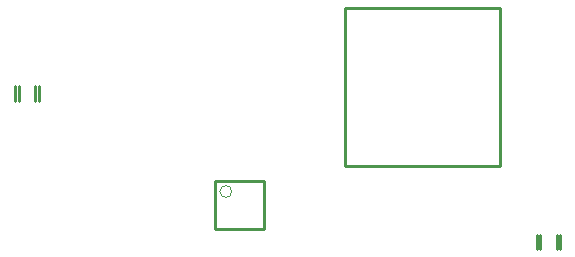
<source format=gbr>
%TF.GenerationSoftware,Altium Limited,Altium Designer,24.2.2 (26)*%
G04 Layer_Color=16711935*
%FSLAX45Y45*%
%MOMM*%
%TF.SameCoordinates,49D751E1-909A-4D1D-99CC-CC6D119DB9C5*%
%TF.FilePolarity,Positive*%
%TF.FileFunction,Other,Mechanical_13*%
%TF.Part,Single*%
G01*
G75*
%TA.AperFunction,NonConductor*%
%ADD36C,0.25400*%
%ADD58C,0.10000*%
D36*
X5289880Y-4205236D02*
Y-4080236D01*
X5489880Y-4205236D02*
Y-4080236D01*
X5319880Y-4205240D02*
Y-4080240D01*
X5459880Y-4205240D02*
Y-4080240D01*
X875360Y-2945396D02*
Y-2820396D01*
X1075360Y-2945396D02*
Y-2820396D01*
X905360Y-2945400D02*
Y-2820400D01*
X1045360Y-2945400D02*
Y-2820400D01*
X3665920Y-3499560D02*
Y-2159560D01*
X4975920Y-3499560D02*
Y-2159560D01*
X3665920D02*
X4975920D01*
X3665920Y-3499560D02*
X4975920D01*
X2568680Y-4035320D02*
Y-3625320D01*
X2978680Y-4035320D02*
Y-3625320D01*
X2568680D02*
X2978680D01*
X2568680Y-4035320D02*
X2978680D01*
D58*
X2708680Y-3715320D02*
G03*
X2708680Y-3715320I-50000J0D01*
G01*
%TF.MD5,e1d59c1daea5cb417269e26a98dd4e8f*%
M02*

</source>
